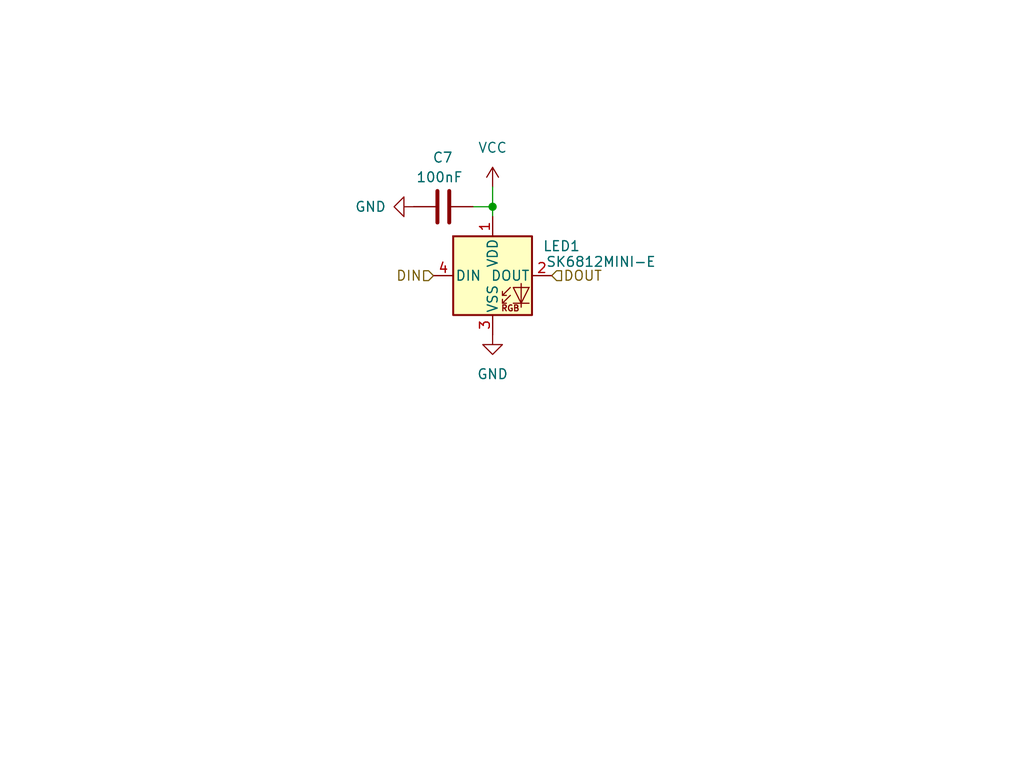
<source format=kicad_sch>
(kicad_sch (version 20211123) (generator eeschema)
  (paper "User" 132.004 99.9998)
  (title_block (title "LED") (date "2022-06-07") (rev "0") (company "Skaytacium Inc."))
  (lib_symbols
    (symbol "Device:C" (pin_numbers hide) (pin_names (offset 0.254))
      (property "Reference" "C" (at 0.635 2.54 0))
      (property "Value" "C" (at 0.635 -2.54 0))
      (symbol "C_0_1"
        (polyline (pts (xy -2.032 -0.762) (xy 2.032 -0.762)) (stroke (width 0.508)))
        (polyline (pts (xy -2.032 0.762) (xy 2.032 0.762)) (stroke (width 0.508)))
      )
      (symbol "C_1_1"
        (pin passive line (at 0 3.81 270) (length 2.794) (name "~") (number "1"))
        (pin passive line (at 0 -3.81 90) (length 2.794) (name "~") (number "2"))
      )
    )
    (symbol "Skayboard:SK6812MINI-E" (pin_names (offset 0.254)) (in_bom no)
      (property "Reference" "D?" (at 13.97 4.3307 0))
      (property "Value" "SK6812MINI-E" (at 13.97 1.7907 0))
      (symbol "SK6812MINI-E_0_0"
        (text "RGB" (at 2.286 -4.191 0) (effects (font (size 0.762 0.762))))
      )
      (symbol "SK6812MINI-E_0_1"
        (polyline (pts (xy 1.27 -3.556) (xy 1.778 -3.556)))
        (polyline (pts (xy 1.27 -2.54) (xy 1.778 -2.54)))
        (polyline (pts (xy 4.699 -3.556) (xy 2.667 -3.556)))
        (polyline (pts (xy 2.286 -2.54) (xy 1.27 -3.556) (xy 1.27 -3.048)))
        (polyline (pts (xy 2.286 -1.524) (xy 1.27 -2.54) (xy 1.27 -2.032)))
        (polyline (pts (xy 3.683 -1.016) (xy 3.683 -3.556) (xy 3.683 -4.064)))
        (polyline (pts (xy 4.699 -1.524) (xy 2.667 -1.524) (xy 3.683 -3.556) (xy 4.699 -1.524)))
        (rectangle (start 5.08 5.08) (end -5.08 -5.08) (stroke (width 0.254)) (fill (type background)))
      )
      (symbol "SK6812MINI-E_1_1"
        (pin power_in line (at 0 7.62 270) (length 2.54) (name "VDD") (number "1"))
        (pin output line (at 7.62 0 180) (length 2.54) (name "DOUT") (number "2"))
        (pin power_in line (at 0 -7.62 90) (length 2.54) (name "VSS") (number "3"))
        (pin input line (at -7.62 0 0) (length 2.54) (name "DIN") (number "4"))
      )
    )
    (symbol "power:GND" (power) (pin_names (offset 0))
      (property "Value" "GND" (at 0 -3.81 0))
      (symbol "GND_0_1"
        (polyline (pts (xy 0 0) (xy 0 -1.27) (xy 1.27 -1.27) (xy 0 -2.54) (xy -1.27 -1.27) (xy 0 -1.27)))
      )
      (symbol "GND_1_1"
        (pin power_in line (at 0 0 270) (length 0) hide (name "GND") (number "1"))
      )
    )
    (symbol "power:VCC" (power) (pin_names (offset 0))
      (property "Value" "VCC" (at 0 3.81 0))
      (symbol "VCC_0_1"
        (polyline (pts (xy -0.762 1.27) (xy 0 2.54)))
        (polyline (pts (xy 0 0) (xy 0 2.54)))
        (polyline (pts (xy 0 2.54) (xy 0.762 1.27)))
      )
      (symbol "VCC_1_1"
        (pin power_in line (at 0 0 90) (length 0) hide (name "VCC") (number "1"))
      )
    )
  )
  (junction (at 63.5 26.67))
  (wire (pts (xy 63.5 24.13) (xy 63.5 26.67)))
  (wire (pts (xy 63.5 26.67) (xy 63.5 27.94)))
  (wire (pts (xy 60.96 26.67) (xy 63.5 26.67)))
  (hierarchical_label "DIN" (shape input) (at 55.88 35.56 180))
  (hierarchical_label "DOUT" (shape input) (at 71.12 35.56 0))
  (symbol (lib_id "power:VCC") (at 63.5 24.13 0) (unit 1)
    (property "Reference" "#PWR016" (effects hide))
    (property "Value" "VCC" (at 63.5 19.05 0))
  )
  (symbol (lib_id "power:GND") (at 63.5 43.18 0) (unit 1)
    (property "Reference" "#PWR017" (effects hide))
    (property "Value" "GND" (at 63.5 48.26 0))
  )
  (symbol (lib_id "Skayboard:SK6812MINI-E") (at 63.5 35.56 0) (unit 1)
    (property "Reference" "LED1" (at 72.39 31.75 0))
    (property "Value" "SK6812MINI-E" (at 77.47 33.7693 0))
    (property "Footprint" "Skayboard:SK6812MINI-E" (effects hide))
    (property "Datasheet" "https://cdn-shop.adafruit.com/product-files/4960/4960_SK6812MINI-E_REV02_EN.pdf" (effects hide))
  )
  (symbol (lib_id "Device:C") (at 57.15 26.67 90) (unit 1)
    (property "Reference" "C7" (at 58.42 20.32 90) (effects (justify left)))
    (property "Value" "100nF" (at 59.69 22.86 90) (effects (justify left)))
    (property "Footprint" "Capacitor_SMD:C_0402_1005Metric" (effects hide))
  )
  (symbol (lib_id "power:GND") (at 53.34 26.67 270) (unit 1)
    (property "Reference" "#PWR015" (effects hide))
    (property "Value" "GND" (at 45.72 26.67 90) (effects (justify left)))
  )
)
</source>
